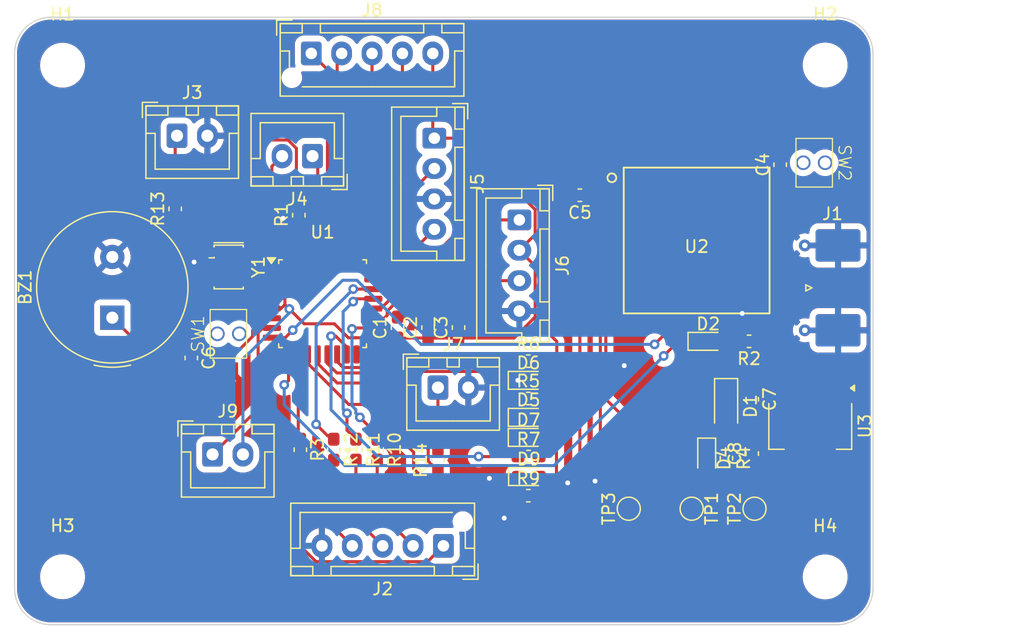
<source format=kicad_pcb>
(kicad_pcb (version 20241229) (generator "pcbnew") (generator_version "9.0")
  (layers (0 "F.Cu" signal) (2 "B.Cu" signal) (13 "F.Paste" user) (15 "B.Paste" user) (5 "F.SilkS" user "F.Silkscreen") (7 "B.SilkS" user "B.Silkscreen") (1 "F.Mask" user) (3 "B.Mask" user) (25 "Edge.Cuts" user))
  (net 0 "")
  (net 1 "GND")
  (net 2 "Net-(BZ1-+)")
  (net 3 "+3.3V")
  (net 4 "RF_RST")
  (net 5 "MCU_RST")
  (net 6 "+5V")
  (net 7 "RF_LED")
  (net 8 "Net-(D2-A)")
  (net 9 "Net-(D4-A)")
  (net 10 "Net-(D5-A)")
  (net 11 "Net-(D6-A)")
  (net 12 "Net-(D7-A)")
  (net 13 "Net-(D9-A)")
  (net 14 "Net-(J1-In)")
  (net 15 "Net-(J2-Pin_2)")
  (net 16 "Net-(J2-Pin_1)")
  (net 17 "Net-(J3-Pin_1)")
  (net 18 "bustop")
  (net 19 "MCU_SWCLK")
  (net 20 "MCU_SWDIO")
  (net 21 "USART1_TX")
  (net 22 "USART1_RX")
  (net 23 "Net-(J7-Pin_1)")
  (net 24 "DIP_4")
  (net 25 "DIP_2")
  (net 26 "DIP_1")
  (net 27 "DIP_3")
  (net 28 "Net-(U1-BOOT0)")
  (net 29 "LED_3")
  (net 30 "LED_Connection")
  (net 31 "LED_Debug")
  (net 32 "LED_Error")
  (net 33 "LED_2")
  (net 34 "LED_4")
  (net 35 "Net-(J2-Pin_3)")
  (net 36 "LED_5")
  (net 37 "Net-(J2-Pin_4)")
  (net 38 "LED_6")
  (net 39 "LED_emstop")
  (net 40 "LED_1")
  (net 41 "RF_SWDIO")
  (net 42 "RF_SWCLK")
  (net 43 "RF_BOOT")
  (net 44 "Net-(U1-PF1)")
  (net 45 "USART2_RX")
  (net 46 "USART2_TX")
  (net 47 "Net-(U1-PF0)")
  (net 63 "emstop")
  (footprint "GN10_Parts:TVAF" (layer "F.Cu") (at 130.1625 36.975 -90)
    (property "Reference" "SW2")
    (property "Value" "SW_Push")
  )
  (footprint "Capacitor_SMD:C_0603_1608Metric_Pad1.08x0.95mm_HandSolder" (layer "F.Cu") (at 127.3625 37.1375 90)
    (property "Reference" "C4")
    (property "Value" "0.1u")
  )
  (footprint "Capacitor_SMD:C_0603_1608Metric_Pad1.08x0.95mm_HandSolder" (layer "F.Cu") (at 110.875 39.650001 180)
    (property "Reference" "C5")
    (property "Value" "4.7u")
  )
  (footprint "Connector_JST:JST_XH_B2B-XH-A_1x02_P2.50mm_Vertical" (layer "F.Cu") (at 77.72 34.755)
    (property "Reference" "J3")
    (property "Value" "Conn_01x02")
  )
  (footprint "MountingHole:MountingHole_3.2mm_M3" (layer "F.Cu") (at 131.063537 28.936463)
    (property "Reference" "H2")
    (property "Value" "MountingHole")
  )
  (footprint "MountingHole:MountingHole_3.2mm_M3" (layer "F.Cu") (at 68.299924 28.949924)
    (property "Reference" "H1")
    (property "Value" "MountingHole")
  )
  (footprint "Crystal:Resonator_SMD_Murata_CSTxExxV-3Pin_3.0x1.1mm_HandSoldering" (layer "F.Cu") (at 81.97 45.555 -90)
    (property "Reference" "Y1")
    (property "Value" "Crystal_GND2")
  )
  (footprint "Capacitor_SMD:C_0603_1608Metric_Pad1.08x0.95mm_HandSolder" (layer "F.Cu") (at 87.745 41.2925 90)
    (property "Reference" "R1")
    (property "Value" "10k")
  )
  (footprint "Capacitor_SMD:C_0603_1608Metric_Pad1.08x0.95mm_HandSolder" (layer "F.Cu") (at 78.895 53.0425 -90)
    (property "Reference" "C6")
    (property "Value" "0.1u")
  )
  (footprint "Connector_Coaxial:SMA_Molex_73251-2120_EdgeMount_Horizontal" (layer "F.Cu") (at 132.3725 47.275)
    (property "Reference" "J1")
    (property "Value" "Conn_Coaxial")
  )
  (footprint "Capacitor_SMD:C_0603_1608Metric_Pad1.08x0.95mm_HandSolder" (layer "F.Cu") (at 125.0625 56.4375 -90)
    (property "Reference" "C7")
    (property "Value" "10u")
  )
  (footprint "LED_SMD:LED_0603_1608Metric_Pad1.05x0.95mm_HandSolder" (layer "F.Cu") (at 106.67 62.805)
    (property "Reference" "D9")
    (property "Value" "LED")
  )
  (footprint "Capacitor_SMD:C_0603_1608Metric_Pad1.08x0.95mm_HandSolder" (layer "F.Cu") (at 125.0625 60.9125 90)
    (property "Reference" "C8")
    (property "Value" "10u")
  )
  (footprint "TestPoint:TestPoint_Pad_D1.5mm" (layer "F.Cu") (at 114.9 65.45 90)
    (property "Reference" "TP3")
    (property "Value" "TestPoint")
  )
  (footprint "LED_SMD:LED_0603_1608Metric_Pad1.05x0.95mm_HandSolder" (layer "F.Cu") (at 106.645 59.58)
    (property "Reference" "D7")
    (property "Value" "LED")
  )
  (footprint "LED_SMD:LED_0603_1608Metric_Pad1.05x0.95mm_HandSolder" (layer "F.Cu") (at 121.3125 61.3 -90)
    (property "Reference" "D4")
    (property "Value" "LED")
  )
  (footprint "Capacitor_SMD:C_0603_1608Metric_Pad1.08x0.95mm_HandSolder" (layer "F.Cu") (at 92.445 60.5925 -90)
    (property "Reference" "R11")
    (property "Value" "1k")
  )
  (footprint "LED_SMD:LED_0603_1608Metric_Pad1.05x0.95mm_HandSolder" (layer "F.Cu") (at 106.645 57.93)
    (property "Reference" "D5")
    (property "Value" "LED")
  )
  (footprint "Capacitor_SMD:C_0603_1608Metric_Pad1.08x0.95mm_HandSolder" (layer "F.Cu") (at 77.57 40.7675 90)
    (property "Reference" "R13")
    (property "Value" "1k")
  )
  (footprint "Connector_JST:JST_XH_B2B-XH-A_1x02_P2.50mm_Vertical" (layer "F.Cu") (at 88.87 36.43 180)
    (property "Reference" "J4")
    (property "Value" "Conn_01x02")
  )
  (footprint "TestPoint:TestPoint_Pad_D1.5mm" (layer "F.Cu") (at 125.25 65.45 90)
    (property "Reference" "TP2")
    (property "Value" "TestPoint")
  )
  (footprint "LED_SMD:LED_0603_1608Metric_Pad1.05x0.95mm_HandSolder" (layer "F.Cu") (at 121.4375 51.675)
    (property "Reference" "D2")
    (property "Value" "LED")
  )
  (footprint "Connector_JST:JST_XH_B5B-XH-AM_1x05_P2.50mm_Vertical" (layer "F.Cu") (at 88.77 27.98)
    (property "Reference" "J8")
    (property "Value" "Conn_01x05")
  )
  (footprint "Capacitor_SMD:C_0603_1608Metric_Pad1.08x0.95mm_HandSolder" (layer "F.Cu") (at 99.195 61.4675 90)
    (property "Reference" "R14")
    (property "Value" "1k")
  )
  (footprint "Connector_JST:JST_XH_B2B-XH-A_1x02_P2.50mm_Vertical" (layer "F.Cu") (at 99.195 55.48)
    (property "Reference" "J7")
    (property "Value" "Conn_01x02")
  )
  (footprint "Connector_JST:JST_XH_B4B-XH-A_1x04_P2.50mm_Vertical" (layer "F.Cu") (at 98.895 34.955 -90)
    (property "Reference" "J5")
    (property "Value" "Conn_01x04")
  )
  (footprint "Capacitor_SMD:C_0603_1608Metric_Pad1.08x0.95mm_HandSolder" (layer "F.Cu") (at 87.87 60.5925 -90)
    (property "Reference" "R3")
    (property "Value" "1k")
  )
  (footprint "Diode_SMD:Nexperia_CFP3_SOD-123W" (layer "F.Cu") (at 122.9125 57 -90)
    (property "Reference" "D1")
    (property "Value" "D")
  )
  (footprint "Connector_JST:JST_XH_B4B-XH-A_1x04_P2.50mm_Vertical" (layer "F.Cu") (at 105.895 41.68 -90)
    (property "Reference" "J6")
    (property "Value" "Conn_01x04")
  )
  (footprint "Capacitor_SMD:C_0603_1608Metric_Pad1.08x0.95mm_HandSolder" (layer "F.Cu") (at 106.6325 56.38)
    (property "Reference" "R5")
    (property "Value" "1k")
  )
  (footprint "GN10_Parts:LoRa-E5" (layer "F.Cu") (at 120.487499 43.374999)
    (property "Reference" "U2")
    (property "Value" "Wio-E5")
  )
  (footprint "Capacitor_SMD:C_0603_1608Metric_Pad1.08x0.95mm_HandSolder" (layer "F.Cu") (at 90.62 60.5925 -90)
    (property "Reference" "R12")
    (property "Value" "1k")
  )
  (footprint "Connector_JST:JST_XH_B5B-XH-AM_1x05_P2.50mm_Vertical" (layer "F.Cu") (at 99.645 68.505 180)
    (property "Reference" "J2")
    (property "Value" "Conn_01x05")
  )
  (footprint "Capacitor_SMD:C_0603_1608Metric_Pad1.08x0.95mm_HandSolder" (layer "F.Cu") (at 98.38 50.5425 90)
    (property "Reference" "C2")
    (property "Value" "0.1u")
  )
  (footprint "Package_TO_SOT_SMD:SOT-223-3_TabPin2" (layer "F.Cu") (at 129.837501 58.65 -90)
    (property "Reference" "U3")
    (property "Value" "3.3V")
  )
  (footprint "Capacitor_SMD:C_0603_1608Metric_Pad1.08x0.95mm_HandSolder" (layer "F.Cu") (at 122.9375 61.2875 -90)
    (property "Reference" "R4")
    (property "Value" "1k")
  )
  (footprint "Buzzer_Beeper:Buzzer_TDK_PS1240P02BT_D12.2mm_H6.5mm" (layer "F.Cu") (at 72.395 49.73 90)
    (property "Reference" "BZ1")
    (property "Value" "Buzzer")
  )
  (footprint "LED_SMD:LED_0603_1608Metric_Pad1.05x0.95mm_HandSolder" (layer "F.Cu") (at 106.645 54.885)
    (property "Reference" "D6")
    (property "Value" "LED")
  )
  (footprint "Capacitor_SMD:C_0603_1608Metric_Pad1.08x0.95mm_HandSolder" (layer "F.Cu") (at 100.89 50.5425 90)
    (property "Reference" "C3")
    (property "Value" "4.7u")
  )
  (footprint "MountingHole:MountingHole_3.2mm_M3" (layer "F.Cu") (at 131.063537 71.063537)
    (property "Reference" "H4")
    (property "Value" "MountingHole")
  )
  (footprint "Capacitor_SMD:C_0603_1608Metric_Pad1.08x0.95mm_HandSolder" (layer "F.Cu") (at 124.8 51.675 180)
    (property "Reference" "R2")
    (property "Value" "1k")
  )
  (footprint "Capacitor_SMD:C_0603_1608Metric_Pad1.08x0.95mm_HandSolder" (layer "F.Cu") (at 106.65 61.16)
    (property "Reference" "R7")
    (property "Value" "1k")
  )
  (footprint "GN10_Parts:TVAF" (layer "F.Cu") (at 81.945 51.055 90)
    (property "Reference" "SW1")
    (property "Value" "SW_Push")
  )
  (footprint "TestPoint:TestPoint_Pad_D1.5mm" (layer "F.Cu") (at 120.075 65.45 -90)
    (property "Reference" "TP1")
    (property "Value" "TestPoint")
  )
  (footprint "Capacitor_SMD:C_0603_1608Metric_Pad1.08x0.95mm_HandSolder" (layer "F.Cu") (at 106.6325 53.305)
    (property "Reference" "R6")
    (property "Value" "1k")
  )
  (footprint "Capacitor_SMD:C_0603_1608Metric_Pad1.08x0.95mm_HandSolder" (layer "F.Cu") (at 94.195 60.5925 -90)
    (property "Reference" "R10")
    (property "Value" "1k")
  )
  (footprint "Capacitor_SMD:C_0603_1608Metric_Pad1.08x0.95mm_HandSolder" (layer "F.Cu") (at 106.6325 64.38)
    (property "Reference" "R9")
    (property "Value" "1k")
  )
  (footprint "Package_QFP:LQFP-32_7x7mm_P0.8mm" (layer "F.Cu") (at 89.7 48.575)
    (property "Reference" "U1")
    (property "Value" "STM32F303K8Tx")
  )
  (footprint "MountingHole:MountingHole_3.2mm_M3" (layer "F.Cu") (at 68.299924 71.050075)
    (property "Reference" "H3")
    (property "Value" "MountingHole")
  )
  (footprint "Capacitor_SMD:C_0603_1608Metric_Pad1.08x0.95mm_HandSolder" (layer "F.Cu") (at 95.87 50.5425 90)
    (property "Reference" "C1")
    (property "Value" "0.1u")
  )
  (footprint "Connector_JST:JST_XH_B2B-XH-A_1x02_P2.50mm_Vertical" (layer "F.Cu") (at 80.645 60.98)
    (property "Reference" "J9")
    (property "Value" "Conn_01x02")
  )
  (gr_line (start 67.35 25) (end 132 25) (stroke (width 0.1)) (layer "Edge.Cuts"))
  (gr_line (start 132 75) (end 67.35 75) (stroke (width 0.1)) (layer "Edge.Cuts"))
  (gr_arc (start 67.35 75) (mid 65.22868 74.12132) (end 64.35 72) (stroke (width 0.1)) (layer "Edge.Cuts"))
  (gr_line (start 135 28) (end 135 72) (stroke (width 0.1)) (layer "Edge.Cuts"))
  (gr_line (start 64.35 72) (end 64.35 28) (stroke (width 0.1)) (layer "Edge.Cuts"))
  (gr_arc (start 135 72) (mid 134.12132 74.12132) (end 132 75) (stroke (width 0.1)) (layer "Edge.Cuts"))
  (gr_arc (start 64.35 28) (mid 65.22868 25.87868) (end 67.35 25) (stroke (width 0.1)) (layer "Edge.Cuts"))
  (gr_arc (start 132 25) (mid 134.12132 25.87868) (end 135 28) (stroke (width 0.1)) (layer "Edge.Cuts"))
  (gr_line (start 68.299924 28.949924) (end 67.300075 27.950075) (stroke (width 0.1)) (layer "Edge.Cuts"))
  (gr_line (start 68.299924 71.050075) (end 67.300075 72.049924) (stroke (width 0.1)) (layer "Edge.Cuts"))
  (via (at 124.237499 49.374999) (size 0.8) (drill 0.4) (layers "F.Cu" "B.Cu") (net 1))
  (via (at 104.65 66.225) (size 0.8) (drill 0.4) (layers "F.Cu" "B.Cu") (net 1))
  (via (at 103.425 62.95) (size 0.8) (drill 0.4) (layers "F.Cu" "B.Cu") (net 1))
  (via (at 112.125 63.175) (size 0.8) (drill 0.4) (layers "F.Cu" "B.Cu") (net 1))
  (via (at 79.125 45.15) (size 0.8) (drill 0.4) (layers "F.Cu" "B.Cu") (net 1))
  (via (at 86.45 41.55) (size 0.8) (drill 0.4) (layers "F.Cu" "B.Cu") (net 1))
  (via (at 105.77 54.885) (size 0.8) (drill 0.4) (layers "F.Cu" "B.Cu") (net 1))
  (via (at 114.525 53.675) (size 0.8) (drill 0.4) (layers "F.Cu" "B.Cu") (net 1))
  (via (at 109.875 63.325) (size 0.8) (drill 0.4) (layers "F.Cu" "B.Cu") (net 1))
  (segment (start 83.945 50.763726) (end 84.933726 49.775) (width 0.25) (layer "F.Cu") (net 2))
  (segment (start 75.7075 53.0425) (end 82.167062 53.0425) (width 0.25) (layer "F.Cu") (net 2))
  (segment (start 72.395 49.73) (end 75.7075 53.0425) (width 0.25) (layer "F.Cu") (net 2))
  (segment (start 83.945 51.264562) (end 83.945 50.763726) (width 0.25) (layer "F.Cu") (net 2))
  (segment (start 84.933726 49.775) (end 85.525 49.775) (width 0.25) (layer "F.Cu") (net 2))
  (segment (start 82.167062 53.0425) (end 83.945 51.264562) (width 0.25) (layer "F.Cu") (net 2))
  (segment (start 98.895 34.955) (end 101.316514 34.955) (width 0.25) (layer "F.Cu") (net 3))
  (segment (start 129.837501 61.8) (end 125.0875 61.8) (width 0.25) (layer "F.Cu") (net 3))
  (segment (start 86.963501 49.011499) (end 88.182002 50.23) (width 0.25) (layer "F.Cu") (net 3))
  (segment (start 114.4875 39.624999) (end 116.7895 39.624999) (width 0.25) (layer "F.Cu") (net 3))
  (segment (start 86.963501 49.011499) (end 86.601 48.648999) (width 0.25) (layer "F.Cu") (net 3))
  (segment (start 108.975 51.685) (end 107.076557 49.786557) (width 0.25) (layer "F.Cu") (net 3))
  (segment (start 93.875 51.375) (end 95.84 51.375) (width 0.25) (layer "F.Cu") (net 3))
  (segment (start 92.42172 51.38) (end 93.87 51.38) (width 0.25) (layer "F.Cu") (net 3))
  (segment (start 122.9375 58.424999) (end 122.9125 58.4) (width 0.25) (layer "F.Cu") (net 3))
  (segment (start 95.84 51.375) (end 95.87 51.405) (width 0.25) (layer "F.Cu") (net 3))
  (segment (start 85.525 45.775) (end 86.274999 45.775) (width 0.25) (layer "F.Cu") (net 3))
  (segment (start 108.95 63.975) (end 108.95 59.896) (width 0.25) (layer "F.Cu") (net 3))
  (segment (start 86.601 48.648999) (end 86.274999 48.975) (width 0.25) (layer "F.Cu") (net 3))
  (segment (start 108.95 59.896) (end 108.975 59.871) (width 0.25) (layer "F.Cu") (net 3))
  (segment (start 107.076557 49.786557) (end 105.458115 51.405) (width 0.25) (layer "F.Cu") (net 3))
  (segment (start 125.0625 61.775) (end 124.2875 61.775001) (width 0.25) (layer "F.Cu") (net 3))
  (segment (start 86.274999 45.775) (end 86.601 46.101001) (width 0.25) (layer "F.Cu") (net 3))
  (segment (start 86.274999 48.975) (end 85.525 48.975) (width 0.25) (layer "F.Cu") (net 3))
  (segment (start 129.8375 55.5) (end 129.837501 61.8) (width 0.25) (layer "F.Cu") (net 3))
  (segment (start 124.2875 61.775001) (end 122.9375 60.425) (width 0.25) (layer "F.Cu") (net 3))
  (segment (start 107.196 49.667115) (end 107.076557 49.786557) (width 0.25) (layer "F.Cu") (net 3))
  (segment (start 107.196 45.481) (end 107.196 49.667115) (width 0.25) (layer "F.Cu") (net 3))
  (segment (start 129.8375 55.5) (end 126.0125 51.675) (width 0.25) (layer "F.Cu") (net 3))
  (segment (start 86.37 36.43) (end 85.525 37.275) (width 0.25) (layer "F.Cu") (net 3))
  (segment (start 122.9375 60.425) (end 122.9375 58.424999) (width 0.25) (layer "F.Cu") (net 3))
  (segment (start 116.7895 39.624999) (end 125.6625 48.497999) (width 0.25) (layer "F.Cu") (net 3))
  (segment (start 98.77 34.83) (end 98.895 34.955) (width 0.25) (layer "F.Cu") (net 3))
  (segment (start 92.42072 51.381) (end 92.42172 51.38) (width 0.25) (layer "F.Cu") (net 3))
  (segment (start 95.87 51.405) (end 98.38 51.405) (width 0.25) (layer "F.Cu") (net 3))
  (segment (start 90.66828 50.23) (end 91.81928 51.381) (width 0.25) (layer "F.Cu") (net 3))
  (segment (start 88.182002 50.23) (end 90.66828 50.23) (width 0.25) (layer "F.Cu") (net 3))
  (segment (start 85.525 37.275) (end 85.525 45.775) (width 0.25) (layer "F.Cu") (net 3))
  (segment (start 93.87 51.38) (end 93.875 51.375) (width 0.25) (layer "F.Cu") (net 3))
  (segment (start 114.462499 39.65) (end 114.4875 39.624999) (width 0.25) (layer "F.Cu") (net 3))
  (segment (start 107.196 40.834486) (end 107.196 42.879) (width 0.25) (layer "F.Cu") (net 3))
  (segment (start 129.837501 62.962499) (end 125.825 66.975) (width 0.25) (layer "F.Cu") (net 3))
  (segment (start 126.0125 51.675) (end 125.6625 51.675) (width 0.25) (layer "F.Cu") (net 3))
  (segment (start 111.95 66.975) (end 108.95 63.975) (width 0.25) (layer "F.Cu") (net 3))
  (segment (start 111.7375 39.650001) (end 114.462499 39.65) (width 0.25) (layer "F.Cu") (net 3))
  (segment (start 129.837501 61.8) (end 129.837501 62.962499) (width 0.25) (layer "F.Cu") (net 3))
  (segment (start 105.895 44.18) (end 107.196 45.481) (width 0.25) (layer "F.Cu") (net 3))
  (segment (start 98.77 27.98) (end 98.77 34.83) (width 0.25) (layer "F.Cu") (net 3))
  (segment (start 105.458115 51.405) (end 100.89 51.405) (width 0.25) (layer "F.Cu") (net 3))
  (segment (start 98.38 51.405) (end 100.89 51.405) (width 0.25) (layer "F.Cu") (net 3))
  (segment (start 125.0875 61.8) (end 125.0625 61.775) (width 0.25) (layer "F.Cu") (net 3))
  (segment (start 101.316514 34.955) (end 107.196 40.834486) (width 0.25) (layer "F.Cu") (net 3))
  (segment (start 125.6625 48.497999) (end 125.6625 51.675) (width 0.25) (layer "F.Cu") (net 3))
  (segment (start 125.825 66.975) (end 111.95 66.975) (width 0.25) (layer "F.Cu") (net 3))
  (segment (start 91.81928 51.381) (end 92.42072 51.381) (width 0.25) (layer "F.Cu") (net 3))
  (segment (start 107.196 42.879) (end 105.895 44.18) (width 0.25) (layer "F.Cu") (net 3))
  (segment (start 108.975 59.871) (end 108.975 51.685) (width 0.25) (layer "F.Cu") (net 3))
  (segment (start 86.601 46.101001) (end 86.601 48.648999) (width 0.25) (layer "F.Cu") (net 3))
  (via (at 86.963501 49.011499) (size 0.8) (drill 0.4) (layers "F.Cu" "B.Cu") (net 3))
  (segment (start 86.963501 49.011499) (end 86.963501 49.336499) (width 0.25) (layer "B.Cu") (net 3))
  (segment (start 83.145 53.155) (end 83.145 60.98) (width 0.25) (layer "B.Cu") (net 3))
  (segment (start 86.963501 49.336499) (end 83.145 53.155) (width 0.25) (layer "B.Cu") (net 3))
  (segment (start 130.1625 39.85) (end 127.9635 42.049) (width 0.25) (layer "F.Cu") (net 4))
  (segment (start 127.9635 42.049) (end 127.9635 44.200999) (width 0.25) (layer "F.Cu") (net 4))
  (segment (start 127.3625 38.000001) (end 128.3125 38) (width 0.25) (layer "F.Cu") (net 4))
  (segment (start 127.5395 44.624999) (end 126.4875 44.624999) (width 0.25) (layer "F.Cu") (net 4))
  (segment (start 127.9635 44.200999) (end 127.5395 44.624999) (width 0.25) (layer "F.Cu") (net 4))
  (segment (start 128.3125 38) (end 130.1625 39.85) (width 0.25) (layer "F.Cu") (net 4))
  (segment (start 81.945 48.18) (end 85.52 48.18) (width 0.25) (layer "F.Cu") (net 5))
  (segment (start 85.52 48.18) (end 85.525 48.175) (width 0.25) (layer "F.Cu") (net 5))
  (segment (start 81.945 48.18) (end 78.895 51.23) (width 0.25) (layer "F.Cu") (net 5))
  (segment (start 78.895 51.23) (end 78.895 52.18) (width 0.25) (layer "F.Cu") (net 5))
  (segment (start 125.0625 55.575) (end 122.9375 55.575) (width 0.25) (layer "F.Cu") (net 6))
  (segment (start 125.1375 55.5) (end 125.0625 55.575) (width 0.25) (layer "F.Cu") (net 6))
  (segment (start 127.5375 55.5) (end 125.1375 55.5) (width 0.25) (layer "F.Cu") (net 6))
  (segment (start 122.9375 55.575) (end 122.9125 55.6) (width 0.25) (layer "F.Cu") (net 6))
  (segment (start 120.4875 51.6) (end 120.5625 51.675) (width 0.25) (layer "F.Cu") (net 7))
  (segment (start 120.487499 49.374999) (end 120.4875 51.6) (width 0.25) (layer "F.Cu") (net 7))
  (segment (start 122.3125 51.675) (end 123.9375 51.675) (width 0.25) (layer "F.Cu") (net 8))
  (segment (start 122.9375 62.15) (end 121.3375 62.15) (width 0.25) (layer "F.Cu") (net 9))
  (segment (start 121.3375 62.15) (end 121.3125 62.175) (width 0.25) (layer "F.Cu") (net 9))
  (segment (start 107.495 57.905) (end 107.52 57.93) (width 0.25) (layer "F.Cu") (net 10))
  (segment (start 107.495 56.38) (end 107.495 57.905) (width 0.25) (layer "F.Cu") (net 10))
  (segment (start 107.495 54.86) (end 107.52 54.885) (width 0.25) (layer "F.Cu") (net 11))
  (segment (start 107.495 53.305) (end 107.495 54.86) (width 0.25) (layer "F.Cu") (net 11))
  (segment (start 107.52 61.1525) (end 107.5125 61.16) (width 0.25) (layer "F.Cu") (net 12))
  (segment (start 107.52 59.58) (end 107.52 61.1525) (width 0.25) (layer "F.Cu") (net 12))
  (segment (start 107.545 62.805) (end 107.545 64.33) (width 0.25) (layer "F.Cu") (net 13))
  (segment (start 107.545 64.33) (end 107.495 64.38) (width 0.25) (layer "F.Cu") (net 13))
  (segment (start 131.972499 47.124999) (end 132.1225 47.275) (width 0.25) (layer "F.Cu") (net 14))
  (segment (start 126.4875 47.124999) (end 131.972499 47.124999) (width 0.25) (layer "F.Cu") (net 14))
  (segment (start 94.195 65.555) (end 97.145 68.505) (width 0.25) (layer "F.Cu") (net 15))
  (segment (start 94.195 61.455) (end 94.195 65.555) (width 0.25) (layer "F.Cu") (net 15))
  (segment (start 99.645 68.505) (end 98.344 69.806) (width 0.25) (layer "F.Cu") (net 16))
  (segment (start 98.344 69.806) (end 89.157885 69.806) (width 0.25) (layer "F.Cu") (net 16))
  (segment (start 87.87 68.518115) (end 87.87 61.455) (width 0.25) (layer "F.Cu") (net 16))
  (segment (start 89.157885 69.806) (end 87.87 68.518115) (width 0.25) (layer "F.Cu") (net 16))
  (segment (start 77.57 34.905) (end 77.72 34.755) (width 0.25) (layer "F.Cu") (net 17))
  (segment (start 77.57 39.905) (end 77.57 34.905) (width 0.25) (layer "F.Cu") (net 17))
  (segment (start 88.87 36.43) (end 89.3 36.86) (width 0.25) (layer "F.Cu") (net 18))
  (segment (start 89.3 36.86) (end 89.3 44.4) (width 0.25) (layer "F.Cu") (net 18))
  (segment (start 93.875 42.475) (end 93.875 45.775) (width 0.25) (layer "F.Cu") (net 19))
  (segment (start 98.895 37.455) (end 93.875 42.475) (width 0.25) (layer "F.Cu") (net 19))
  (segment (start 94.775 46.575) (end 93.875 46.575) (width 0.25) (layer "F.Cu") (net 20))
  (segment (start 98.895 42.455) (end 94.775 46.575) (width 0.25) (layer "F.Cu") (net 20))
  (segment (start 105.895 46.68) (end 97.52901 46.68) (width 0.25) (layer "F.Cu") (net 21))
  (segment (start 94.775 49.775) (end 93.875 49.775) (width 0.25) (layer "F.Cu") (net 21))
  (segment (start 95.02 49.18901) (end 95.02 49.53) (width 0.25) (layer "F.Cu") (net 21))
  (segment (start 97.52901 46.68) (end 95.02 49.18901) (width 0.25) (layer "F.Cu") (net 21))
  (segment (start 95.02 49.53) (end 94.775 49.775) (width 0.25) (layer "F.Cu") (net 21))
  (segment (start 105.895 41.68) (end 101.795 41.68) (width 0.25) (layer "F.Cu") (net 22))
  (segment (start 94.5 48.975) (end 93.875 48.975) (width 0.25) (layer "F.Cu") (net 22))
  (segment (start 101.795 41.68) (end 94.5 48.975) (width 0.25) (layer "F.Cu") (net 22))
  (segment (start 99.195 60.605) (end 99.195 55.48) (width 0.25) (layer "F.Cu") (net 23))
  (segment (start 92.5 43.21219) (end 92.5 44.4) (width 0.25) (layer "F.Cu") (net 24))
  (segment (start 96.27 39.44219) (end 92.5 43.21219) (width 0.25) (layer "F.Cu") (net 24))
  (segment (start 96.27 27.98) (end 96.27 39.44219) (width 0.25) (layer "F.Cu") (net 24))
  (segment (start 91.27 27.98) (end 90.9 28.35) (width 0.25) (layer "F.Cu") (net 25))
  (segment (start 90.9 28.35) (end 90.9 44.4) (width 0.25) (layer "F.Cu") (net 25))
  (segment (start 88.77 27.98) (end 90.1 29.31) (width 0.25) (layer "F.Cu") (net 26))
  (segment (start 90.1 29.31) (end 90.1 44.4) (width 0.25) (layer "F.Cu") (net 26))
  (segment (start 93.77 30.755) (end 91.7 32.825) (width 0.25) (layer "F.Cu") (net 27))
  (segment (start 91.7 32.825) (end 91.7 44.4) (width 0.25) (layer "F.Cu") (net 27))
  (segment (start 93.77 27.98) (end 93.77 30.755) (width 0.25) (layer "F.Cu") (net 27))
  (segment (start 87.745 44.355) (end 87.7 44.4) (width 0.25) (layer "F.Cu") (net 28))
  (segment (start 87.745 42.155) (end 87.745 44.355) (width 0.25) (layer "F.Cu") (net 28))
  (segment (start 87.695 52.755) (end 87.7 52.75) (width 0.25) (layer "F.Cu") (net 29))
  (segment (start 87.7 59.56) (end 87.87 59.73) (width 0.25) (layer "F.Cu") (net 29))
  (segment (start 87.7 52.75) (end 87.7 59.56) (width 0.25) (layer "F.Cu") (net 29))
  (segment (start 90.1 53.499999) (end 90.1 52.75) (width 0.25) (layer "F.Cu") (net 30))
  (segment (start 93.55881 54.154) (end 93.43581 54.277) (width 0.25) (layer "F.Cu") (net 30))
  (segment (start 103.544 54.154) (end 93.55881 54.154) (width 0.25) (layer "F.Cu") (net 30))
  (segment (start 105.77 56.38) (end 103.544 54.154) (width 0.25) (layer "F.Cu") (net 30))
  (segment (start 93.43581 54.277) (end 90.877001 54.277) (width 0.25) (layer "F.Cu") (net 30))
  (segment (start 90.877001 54.277) (end 90.1 53.499999) (width 0.25) (layer "F.Cu") (net 30))
  (segment (start 93.249 53.826) (end 91.384726 53.826) (width 0.25) (layer "F.Cu") (net 31))
  (segment (start 105.245 52.78) (end 94.295 52.78) (width 0.25) (layer "F.Cu") (net 31))
  (segment (start 105.77 53.305) (end 105.245 52.78) (width 0.25) (layer "F.Cu") (net 31))
  (segment (start 94.295 52.78) (end 93.249 53.826) (width 0.25) (layer "F.Cu") (net 31))
  (segment (start 91.384726 53.826) (end 90.9 53.341274) (width 0.25) (layer "F.Cu") (net 31))
  (segment (start 90.9 53.341274) (end 90.9 52.75) (width 0.25) (layer "F.Cu") (net 31))
  (segment (start 102.55 61.16) (end 105.7875 61.16) (width 0.25) (layer "F.Cu") (net 32))
  (segment (start 90.796274 51.255) (end 90.395 51.255) (width 0.25) (layer "F.Cu") (net 32))
  (segment (start 91.7 52.158726) (end 90.796274 51.255) (width 0.25) (layer "F.Cu") (net 32))
  (segment (start 91.7 52.75) (end 91.7 52.158726) (width 0.25) (layer "F.Cu") (net 32))
  (segment (start 102.545 61.155) (end 102.55 61.16) (width 0.25) (layer "F.Cu") (net 32))
  (via (at 102.545 61.155) (size 0.8) (drill 0.4) (layers "F.Cu" "B.Cu") (net 32))
  (via (at 90.395 51.255) (size 0.8) (drill 0.4) (layers "F.Cu" "B.Cu") (net 32))
  (segment (start 90.395 57.30672) (end 94.24328 61.155) (width 0.25) (layer "B.Cu") (net 32))
  (segment (start 90.395 51.255) (end 90.395 57.30672) (width 0.25) (layer "B.Cu") (net 32))
  (segment (start 94.24328 61.155) (end 102.545 61.155) (width 0.25) (layer "B.Cu") (net 32))
  (segment (start 97.195 62.155) (end 99.42 64.38) (width 0.25) (layer "F.Cu") (net 33))
  (segment (start 91.8565 56.8665) (end 93.2565 56.8665) (width 0.25) (layer "F.Cu") (net 33))
  (segment (start 99.42 64.38) (end 105.77 64.38) (width 0.25) (layer "F.Cu") (net 33))
  (segment (start 97.195 60.805) (end 97.195 62.155) (width 0.25) (layer "F.Cu") (net 33))
  (segment (start 93.2565 56.8665) (end 97.195 60.805) (width 0.25) (layer "F.Cu") (net 33))
  (segment (start 88.5 53.51) (end 91.8565 56.8665) (width 0.25) (layer "F.Cu") (net 33))
  (segment (start 88.5 52.75) (end 88.5 53.51) (width 0.25) (layer "F.Cu") (net 33))
  (segment (start 93.62 59.155) (end 94.195 59.73) (width 0.25) (layer "F.Cu") (net 34))
  (segment (start 93.875 50.575) (end 92.2 50.575) (width 0.25) (layer "F.Cu") (net 34))
  (segment (start 92.12 50.655) (end 92.095 50.68) (width 0.25) (layer "F.Cu") (net 34))
  (segment (start 93.62 58.78) (end 93.62 59.155) (width 0.25) (layer "F.Cu") (net 34))
  (segment (start 92.77 57.93) (end 93.62 58.78) (width 0.25) (layer "F.Cu") (net 34))
  (segment (start 92.2 50.575) (end 92.12 50.655) (width 0.25) (layer "F.Cu") (net 34))
  (via (at 92.12 50.655) (size 0.8) (drill 0.4) (layers "F.Cu" "B.Cu") (net 34))
  (via (at 92.77 57.93) (size 0.8) (drill 0.4) (layers "F.Cu" "B.Cu") (net 34))
  (segment (start 92.4335 57.5935) (end 92.77 57.93) (width 0.25) (layer "B.Cu") (net 34))
  (segment (start 92.4335 57.29178) (end 92.4335 57.5935) (width 0.25) (layer "B.Cu") (net 34))
  (segment (start 92.4335 57.29178) (end 92.12 56.97828) (width 0.25) (layer "B.Cu") (net 34))
  (segment (start 92.12 56.97828) (end 92.12 50.655) (width 0.25) (layer "B.Cu") (net 34))
  (segment (start 92.445 61.455) (end 92.721 61.731) (width 0.25) (layer "F.Cu") (net 35))
  (segment (start 92.445 66.305) (end 94.645 68.505) (width 0.25) (layer "F.Cu") (net 35))
  (segment (start 92.445 61.455) (end 92.445 66.305) (width 0.25) (layer "F.Cu") (net 35))
  (segment (start 91.7075 57.5925) (end 91.7075 58.9925) (width 0.25) (layer "F.Cu") (net 36))
  (segment (start 91.7075 58.9925) (end 92.445 59.73) (width 0.25) (layer "F.Cu") (net 36))
  (segment (start 92.45 48.175) (end 92.22 48.405) (width 0.25) (layer "F.Cu") (net 36))
  (segment (start 93.875 48.175) (end 92.45 48.175) (width 0.25) (layer "F.Cu") (net 36))
  (via (at 91.7075 57.5925) (size 0.8) (drill 0.4) (layers "F.Cu" "B.Cu") (net 36))
  (via (at 92.22 48.405) (size 0.8) (drill 0.4) (layers "F.Cu" "B.Cu") (net 36))
  (segment (start 91.7075 57.5925) (end 91.72 57.605) (width 0.25) (layer "B.Cu") (net 36))
  (segment (start 91.394 49.231) (end 91.394 57.279) (width 0.25) (layer "B.Cu") (net 36))
  (segment (start 92.22 48.405) (end 91.394 49.231) (width 0.25) (layer "B.Cu") (net 36))
  (segment (start 91.394 57.279) (end 91.7075 57.5925) (width 0.25) (layer "B.Cu") (net 36))
  (segment (start 90.62 66.98) (end 92.145 68.505) (width 0.25) (layer "F.Cu") (net 37))
  (segment (start 90.62 61.455) (end 90.62 66.98) (width 0.25) (layer "F.Cu") (net 37))
  (segment (start 92.225 47.375) (end 92.22 47.38) (width 0.25) (layer "F.Cu") (net 38))
  (segment (start 90.345 59.455) (end 90.62 59.73) (width 0.25) (layer "F.Cu") (net 38))
  (segment (start 90.12 59.455) (end 90.345 59.455) (width 0.25) (layer "F.Cu") (net 38))
  (segment (start 89.17 58.505) (end 90.12 59.455) (width 0.25) (layer "F.Cu") (net 38))
  (segment (start 93.875 47.375) (end 92.225 47.375) (width 0.25) (layer "F.Cu") (net 38))
  (via (at 89.17 58.505) (size 0.8) (drill 0.4) (layers "F.Cu" "B.Cu") (net 38))
  (via (at 92.225 47.375) (size 0.8) (drill 0.4) (layers "F.Cu" "B.Cu") (net 38))
  (segment (start 89.17 58.505) (end 89.17 50.43) (width 0.25) (layer "B.Cu") (net 38))
  (segment (start 89.17 50.43) (end 92.225 47.375) (width 0.25) (layer "B.Cu") (net 38))
  (segment (start 86.857115 35.104) (end 87.546 35.792885) (width 0.25) (layer "F.Cu") (net 39))
  (segment (start 87.546 35.792885) (end 87.546 38.89001) (width 0.25) (layer "F.Cu") (net 39))
  (segment (start 77.57 41.63) (end 84.096 35.104) (width 0.25) (layer "F.Cu") (net 39))
  (segment (start 84.096 35.104) (end 86.857115 35.104) (width 0.25) (layer "F.Cu") (net 39))
  (segment (start 88.546 39.89001) (end 88.546 44.354) (width 0.25) (layer "F.Cu") (net 39))
  (segment (start 87.546 38.89001) (end 88.546 39.89001) (width 0.25) (layer "F.Cu") (net 39))
  (segment (start 88.546 44.354) (end 88.5 44.4) (width 0.25) (layer "F.Cu") (net 39))
  (segment (start 92.945 55.105) (end 98.394 60.554) (width 0.25) (layer "F.Cu") (net 40))
  (segment (start 98.394 61.529) (end 99.195 62.33) (width 0.25) (layer "F.Cu") (net 40))
  (segment (start 89.3 53.499999) (end 90.905001 55.105) (width 0.25) (layer "F.Cu") (net 40))
  (segment (start 98.394 60.554) (end 98.394 61.529) (width 0.25) (layer "F.Cu") (net 40))
  (segment (start 90.905001 55.105) (end 92.945 55.105) (width 0.25) (layer "F.Cu") (net 40))
  (segment (start 89.3 52.75) (end 89.3 53.499999) (width 0.25) (layer "F.Cu") (net 40))
  (segment (start 113.187499 42.124999) (end 112.5605 42.751999) (width 0.25) (layer "F.Cu") (net 41))
  (segment (start 114.4875 42.124999) (end 113.187499 42.124999) (width 0.25) (layer "F.Cu") (net 41))
  (segment (start 113.9375 62.975) (end 117.6 62.975) (width 0.25) (layer "F.Cu") (net 41))
  (segment (start 112.5605 42.751999) (end 112.5605 61.598) (width 0.25) (layer "F.Cu") (net 41))
  (segment (start 117.6 62.975) (end 120.075 65.45) (width 0.25) (layer "F.Cu") (net 41))
  (segment (start 112.5605 61.598) (end 113.9375 62.975) (width 0.25) (layer "F.Cu") (net 41))
  (segment (start 113.487502 43.374999) (end 113.0115 43.851) (width 0.25) (layer "F.Cu") (net 42))
  (segment (start 113.0115 43.851) (end 113.011499 56.436499) (width 0.25) (layer "F.Cu") (net 42))
  (segment (start 122.025 65.45) (end 125.25 65.45) (width 0.25) (layer "F.Cu") (net 42))
  (segment (start 113.011499 56.436499) (end 122.025 65.45) (width 0.25) (layer "F.Cu") (net 42))
  (segment (start 114.4875 43.374999) (end 113.487502 43.374999) (width 0.25) (layer "F.Cu") (net 42))
  (segment (start 121.7375 35.974999) (end 121.7375 37.374999) (width 0.25) (layer "F.Cu") (net 43))
  (segment (start 110.875 39.17151) (end 114.77151 35.274999) (width 0.25) (layer "F.Cu") (net 43))
  (segment (start 114.77151 35.274999) (end 121.037501 35.275) (width 0.25) (layer "F.Cu") (net 43))
  (segment (start 121.037501 35.275) (end 121.7375 35.974999) (width 0.25) (layer "F.Cu") (net 43))
  (segment (start 110.875 63.45) (end 110.875 39.17151) (width 0.25) (layer "F.Cu") (net 43))
  (segment (start 112.875 65.45) (end 114.9 65.45) (width 0.25) (layer "F.Cu") (net 43))
  (segment (start 110.875 63.45) (end 112.875 65.45) (width 0.25) (layer "F.Cu") (net 43))
  (segment (start 83.99 47.375) (end 85.525 47.375) (width 0.25) (layer "F.Cu") (net 44))
  (segment (start 83.37 46.755) (end 83.99 47.375) (width 0.25) (layer "F.Cu") (net 44))
  (segment (start 81.97 46.755) (end 83.37 46.755) (width 0.25) (layer "F.Cu") (net 44))
  (segment (start 86.545 55.255) (end 86.9 54.9) (width 0.25) (layer "F.Cu") (net 45))
  (segment (start 86.9 54.9) (end 86.9 52.75) (width 0.25) (layer "F.Cu") (net 45))
  (segment (start 119.237499 51.412501) (end 117.775 52.875) (width 0.25) (layer "F.Cu") (net 45))
  (segment (start 119.237499 49.374999) (end 119.237499 51.412501) (width 0.25) (layer "F.Cu") (net 45))
  (via (at 86.545 55.255) (size 0.8) (drill 0.4) (layers "F.Cu" "B.Cu") (net 45))
  (via (at 117.775 52.875) (size 0.8) (drill 0.4) (layers "F.Cu" "B.Cu") (net 45))
  (segment (start 91.53928 61.901) (end 86.545 56.90672) (width 0.25) (layer "B.Cu") (net 45))
  (segment (start 108.749 61.901) (end 91.53928 61.901) (width 0.25) (layer "B.Cu") (net 45))
  (segment (start 117.775 52.875) (end 108.749 61.901) (width 0.25) (layer "B.Cu") (net 45))
  (segment (start 86.545 56.90672) (end 86.545 55.255) (width 0.25) (layer "B.Cu") (net 45))
  (segment (start 86.625 51.375) (end 85.525 51.375) (width 0.25) (layer "F.Cu") (net 46))
  (segment (start 117.987499 49.374998) (end 117.987499 50.962501) (width 0.25) (layer "F.Cu") (net 46))
  (segment (start 117.987499 50.962501) (end 117.025 51.925) (width 0.25) (layer "F.Cu") (net 46))
  (segment (start 87.245 50.755) (end 86.625 51.375) (width 0.25) (layer "F.Cu") (net 46))
  (via (at 117.025 51.925) (size 0.8) (drill 0.4) (layers "F.Cu" "B.Cu") (net 46))
  (via (at 87.245 50.755) (size 0.8) (drill 0.4) (layers "F.Cu" "B.Cu") (net 46))
  (segment (start 92.52572 46.649) (end 91.351 46.649) (width 0.25) (layer "B.Cu") (net 46))
  (segment (start 91.351 46.649) (end 87.245 50.755) (width 0.25) (layer "B.Cu") (net 46))
  (segment (start 117.025 51.925) (end 97.80172 51.925) (width 0.25) (layer "B.Cu") (net 46))
  (segment (start 97.80172 51.925) (end 92.52572 46.649) (width 0.25) (layer "B.Cu") (net 46))
  (segment (start 81.97 44.355) (end 83.344274 44.355) (width 0.25) (layer "F.Cu") (net 47))
  (segment (start 84.775001 46.575) (end 85.525 46.575) (width 0.25) (layer "F.Cu") (net 47))
  (segment (start 84.449 46.248999) (end 84.775001 46.575) (width 0.25) (layer "F.Cu") (net 47))
  (segment (start 84.449 45.459726) (end 84.449 46.248999) (width 0.25) (layer "F.Cu") (net 47))
  (segment (start 83.344274 44.355) (end 84.449 45.459726) (width 0.25) (layer "F.Cu") (net 47))
  (segment (start 84.396 50.954001) (end 84.396 57.229) (width 0.25) (layer "F.Cu") (net 63))
  (segment (start 85.525 50.575) (end 84.775001 50.575) (width 0.25) (layer "F.Cu") (net 63))
  (segment (start 84.775001 50.575) (end 84.396 50.954001) (width 0.25) (layer "F.Cu") (net 63))
  (segment (start 84.396 57.229) (end 80.645 60.98) (width 0.25) (layer "F.Cu") (net 63))
  (zone (net 0) (net_name "") (layer "F.Cu") (connect_pads (clearance 0)) (min_thickness 0.25)
    (keepout (tracks allowed) (vias allowed) (pads allowed) (copperpour not_allowed) (footprints allowed))
    (fill (thermal_gap 0.5) (thermal_bridge_width 0.5))
    (polygon (pts (xy 123.7 59.875) (xy 123.65 59.825) (xy 123.65 59.25) (xy 123.675 59.225) (xy 124.275 59.225) (xy 124.275 59.8) (xy 124.2 59.875)))
  )
  (zone (net 1) (net_name "GND") (layers "F.Cu" "B.Cu") (connect_pads (clearance 0.5)) (min_thickness 0.25) (fill yes (thermal_gap 0.5) (thermal_bridge_width 0.5))
    (polygon (pts (xy 64.275 24.875) (xy 64.275 75.1) (xy 135.025 75.1) (xy 135.075 75.05) (xy 135.075 25.075) (xy 135.025 25.025) (xy 64.375 25.025) (xy 64.325 25.075) (xy 64.325 24.925)))
  )
  (zone (net 0) (net_name "") (layers "F.Cu" "B.Cu") (connect_pads (clearance 0)) (min_thickness 0.25)
    (keepout (tracks allowed) (vias allowed) (pads allowed) (copperpour not_allowed) (footprints allowed))
    (fill (thermal_gap 0.5) (thermal_bridge_width 0.5))
    (polygon (pts (xy 92.85 48.95) (xy 92.85 50.175) (xy 92.35 50.175) (xy 91.85 49.675) (xy 92.525 49) (xy 92.85 49) (xy 92.85 49.125) (xy 92.725 49.25) (xy 92.725 49.075)))
  )
)
</source>
